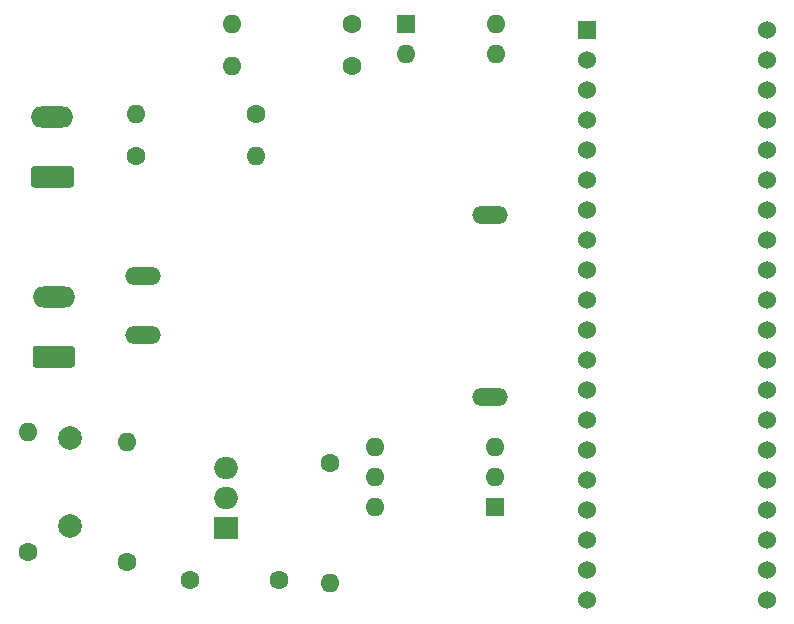
<source format=gbr>
G04 #@! TF.GenerationSoftware,KiCad,Pcbnew,(5.0.2)-1*
G04 #@! TF.CreationDate,2019-03-27T17:40:45+02:00*
G04 #@! TF.ProjectId,vent_sys,76656e74-5f73-4797-932e-6b696361645f,rev?*
G04 #@! TF.SameCoordinates,Original*
G04 #@! TF.FileFunction,Copper,L1,Top*
G04 #@! TF.FilePolarity,Positive*
%FSLAX46Y46*%
G04 Gerber Fmt 4.6, Leading zero omitted, Abs format (unit mm)*
G04 Created by KiCad (PCBNEW (5.0.2)-1) date 27.03.2019 17:40:45*
%MOMM*%
%LPD*%
G01*
G04 APERTURE LIST*
G04 #@! TA.AperFunction,ComponentPad*
%ADD10C,2.000000*%
G04 #@! TD*
G04 #@! TA.AperFunction,ComponentPad*
%ADD11O,3.600000X1.800000*%
G04 #@! TD*
G04 #@! TA.AperFunction,Conductor*
%ADD12C,0.100000*%
G04 #@! TD*
G04 #@! TA.AperFunction,ComponentPad*
%ADD13C,1.800000*%
G04 #@! TD*
G04 #@! TA.AperFunction,ComponentPad*
%ADD14O,3.016000X1.508000*%
G04 #@! TD*
G04 #@! TA.AperFunction,ComponentPad*
%ADD15R,2.000000X1.905000*%
G04 #@! TD*
G04 #@! TA.AperFunction,ComponentPad*
%ADD16O,2.000000X1.905000*%
G04 #@! TD*
G04 #@! TA.AperFunction,ComponentPad*
%ADD17O,1.600000X1.600000*%
G04 #@! TD*
G04 #@! TA.AperFunction,ComponentPad*
%ADD18C,1.600000*%
G04 #@! TD*
G04 #@! TA.AperFunction,ComponentPad*
%ADD19R,1.600000X1.600000*%
G04 #@! TD*
G04 #@! TA.AperFunction,ComponentPad*
%ADD20R,1.524000X1.524000*%
G04 #@! TD*
G04 #@! TA.AperFunction,ComponentPad*
%ADD21C,1.524000*%
G04 #@! TD*
G04 APERTURE END LIST*
D10*
G04 #@! TO.P,C1,1*
G04 #@! TO.N,Net-(C1-Pad1)*
X67056000Y-94361000D03*
G04 #@! TO.P,C1,2*
G04 #@! TO.N,Net-(C1-Pad2)*
X67056000Y-86861000D03*
G04 #@! TD*
D11*
G04 #@! TO.P,J1,2*
G04 #@! TO.N,/L*
X65532000Y-59690000D03*
D12*
G04 #@! TD*
G04 #@! TO.N,/N*
G04 #@! TO.C,J1*
G36*
X67106504Y-63871204D02*
X67130773Y-63874804D01*
X67154571Y-63880765D01*
X67177671Y-63889030D01*
X67199849Y-63899520D01*
X67220893Y-63912133D01*
X67240598Y-63926747D01*
X67258777Y-63943223D01*
X67275253Y-63961402D01*
X67289867Y-63981107D01*
X67302480Y-64002151D01*
X67312970Y-64024329D01*
X67321235Y-64047429D01*
X67327196Y-64071227D01*
X67330796Y-64095496D01*
X67332000Y-64120000D01*
X67332000Y-65420000D01*
X67330796Y-65444504D01*
X67327196Y-65468773D01*
X67321235Y-65492571D01*
X67312970Y-65515671D01*
X67302480Y-65537849D01*
X67289867Y-65558893D01*
X67275253Y-65578598D01*
X67258777Y-65596777D01*
X67240598Y-65613253D01*
X67220893Y-65627867D01*
X67199849Y-65640480D01*
X67177671Y-65650970D01*
X67154571Y-65659235D01*
X67130773Y-65665196D01*
X67106504Y-65668796D01*
X67082000Y-65670000D01*
X63982000Y-65670000D01*
X63957496Y-65668796D01*
X63933227Y-65665196D01*
X63909429Y-65659235D01*
X63886329Y-65650970D01*
X63864151Y-65640480D01*
X63843107Y-65627867D01*
X63823402Y-65613253D01*
X63805223Y-65596777D01*
X63788747Y-65578598D01*
X63774133Y-65558893D01*
X63761520Y-65537849D01*
X63751030Y-65515671D01*
X63742765Y-65492571D01*
X63736804Y-65468773D01*
X63733204Y-65444504D01*
X63732000Y-65420000D01*
X63732000Y-64120000D01*
X63733204Y-64095496D01*
X63736804Y-64071227D01*
X63742765Y-64047429D01*
X63751030Y-64024329D01*
X63761520Y-64002151D01*
X63774133Y-63981107D01*
X63788747Y-63961402D01*
X63805223Y-63943223D01*
X63823402Y-63926747D01*
X63843107Y-63912133D01*
X63864151Y-63899520D01*
X63886329Y-63889030D01*
X63909429Y-63880765D01*
X63933227Y-63874804D01*
X63957496Y-63871204D01*
X63982000Y-63870000D01*
X67082000Y-63870000D01*
X67106504Y-63871204D01*
X67106504Y-63871204D01*
G37*
D13*
G04 #@! TO.P,J1,1*
G04 #@! TO.N,/N*
X65532000Y-64770000D03*
G04 #@! TD*
D12*
G04 #@! TO.N,Net-(C1-Pad2)*
G04 #@! TO.C,J2*
G36*
X67233504Y-79111204D02*
X67257773Y-79114804D01*
X67281571Y-79120765D01*
X67304671Y-79129030D01*
X67326849Y-79139520D01*
X67347893Y-79152133D01*
X67367598Y-79166747D01*
X67385777Y-79183223D01*
X67402253Y-79201402D01*
X67416867Y-79221107D01*
X67429480Y-79242151D01*
X67439970Y-79264329D01*
X67448235Y-79287429D01*
X67454196Y-79311227D01*
X67457796Y-79335496D01*
X67459000Y-79360000D01*
X67459000Y-80660000D01*
X67457796Y-80684504D01*
X67454196Y-80708773D01*
X67448235Y-80732571D01*
X67439970Y-80755671D01*
X67429480Y-80777849D01*
X67416867Y-80798893D01*
X67402253Y-80818598D01*
X67385777Y-80836777D01*
X67367598Y-80853253D01*
X67347893Y-80867867D01*
X67326849Y-80880480D01*
X67304671Y-80890970D01*
X67281571Y-80899235D01*
X67257773Y-80905196D01*
X67233504Y-80908796D01*
X67209000Y-80910000D01*
X64109000Y-80910000D01*
X64084496Y-80908796D01*
X64060227Y-80905196D01*
X64036429Y-80899235D01*
X64013329Y-80890970D01*
X63991151Y-80880480D01*
X63970107Y-80867867D01*
X63950402Y-80853253D01*
X63932223Y-80836777D01*
X63915747Y-80818598D01*
X63901133Y-80798893D01*
X63888520Y-80777849D01*
X63878030Y-80755671D01*
X63869765Y-80732571D01*
X63863804Y-80708773D01*
X63860204Y-80684504D01*
X63859000Y-80660000D01*
X63859000Y-79360000D01*
X63860204Y-79335496D01*
X63863804Y-79311227D01*
X63869765Y-79287429D01*
X63878030Y-79264329D01*
X63888520Y-79242151D01*
X63901133Y-79221107D01*
X63915747Y-79201402D01*
X63932223Y-79183223D01*
X63950402Y-79166747D01*
X63970107Y-79152133D01*
X63991151Y-79139520D01*
X64013329Y-79129030D01*
X64036429Y-79120765D01*
X64060227Y-79114804D01*
X64084496Y-79111204D01*
X64109000Y-79110000D01*
X67209000Y-79110000D01*
X67233504Y-79111204D01*
X67233504Y-79111204D01*
G37*
D13*
G04 #@! TD*
G04 #@! TO.P,J2,1*
G04 #@! TO.N,Net-(C1-Pad2)*
X65659000Y-80010000D03*
D11*
G04 #@! TO.P,J2,2*
G04 #@! TO.N,/N*
X65659000Y-74930000D03*
G04 #@! TD*
D14*
G04 #@! TO.P,PS1,1*
G04 #@! TO.N,/L*
X73184000Y-73192000D03*
G04 #@! TO.P,PS1,2*
G04 #@! TO.N,/N*
X73184000Y-78192000D03*
G04 #@! TO.P,PS1,3*
G04 #@! TO.N,GND*
X102584000Y-67992000D03*
G04 #@! TO.P,PS1,4*
G04 #@! TO.N,VCC*
X102584000Y-83392000D03*
G04 #@! TD*
D15*
G04 #@! TO.P,Q1,1*
G04 #@! TO.N,Net-(C1-Pad2)*
X80264000Y-94488000D03*
D16*
G04 #@! TO.P,Q1,2*
G04 #@! TO.N,/L*
X80264000Y-91948000D03*
G04 #@! TO.P,Q1,3*
G04 #@! TO.N,Net-(Q1-Pad3)*
X80264000Y-89408000D03*
G04 #@! TD*
D17*
G04 #@! TO.P,R1,2*
G04 #@! TO.N,/L*
X80772000Y-51816000D03*
D18*
G04 #@! TO.P,R1,1*
G04 #@! TO.N,Net-(R1-Pad1)*
X90932000Y-51816000D03*
G04 #@! TD*
D17*
G04 #@! TO.P,R2,2*
G04 #@! TO.N,/L*
X80772000Y-55372000D03*
D18*
G04 #@! TO.P,R2,1*
G04 #@! TO.N,Net-(R1-Pad1)*
X90932000Y-55372000D03*
G04 #@! TD*
G04 #@! TO.P,R3,1*
G04 #@! TO.N,/N*
X72644000Y-62992000D03*
D17*
G04 #@! TO.P,R3,2*
G04 #@! TO.N,Net-(R3-Pad2)*
X82804000Y-62992000D03*
G04 #@! TD*
D18*
G04 #@! TO.P,R4,1*
G04 #@! TO.N,Net-(R3-Pad2)*
X82804000Y-59436000D03*
D17*
G04 #@! TO.P,R4,2*
G04 #@! TO.N,/N*
X72644000Y-59436000D03*
G04 #@! TD*
G04 #@! TO.P,R7,2*
G04 #@! TO.N,Net-(C1-Pad1)*
X63500000Y-86360000D03*
D18*
G04 #@! TO.P,R7,1*
G04 #@! TO.N,Net-(R7-Pad1)*
X63500000Y-96520000D03*
G04 #@! TD*
G04 #@! TO.P,R8,1*
G04 #@! TO.N,Net-(C1-Pad1)*
X71882000Y-97409000D03*
D17*
G04 #@! TO.P,R8,2*
G04 #@! TO.N,/L*
X71882000Y-87249000D03*
G04 #@! TD*
D18*
G04 #@! TO.P,R9,1*
G04 #@! TO.N,/L*
X89027000Y-89027000D03*
D17*
G04 #@! TO.P,R9,2*
G04 #@! TO.N,Net-(C2-Pad1)*
X89027000Y-99187000D03*
G04 #@! TD*
D19*
G04 #@! TO.P,U1,1*
G04 #@! TO.N,Net-(R1-Pad1)*
X95504000Y-51816000D03*
D17*
G04 #@! TO.P,U1,3*
G04 #@! TO.N,GND*
X103124000Y-54356000D03*
G04 #@! TO.P,U1,2*
G04 #@! TO.N,Net-(R3-Pad2)*
X95504000Y-54356000D03*
G04 #@! TO.P,U1,4*
G04 #@! TO.N,Net-(R5-Pad2)*
X103124000Y-51816000D03*
G04 #@! TD*
D20*
G04 #@! TO.P,U2,1*
G04 #@! TO.N,Net-(R5-Pad2)*
X110765001Y-52345001D03*
D21*
G04 #@! TO.P,U2,2*
G04 #@! TO.N,Net-(U2-Pad2)*
X110765001Y-54885001D03*
G04 #@! TO.P,U2,3*
G04 #@! TO.N,Net-(U2-Pad3)*
X110765001Y-57425001D03*
G04 #@! TO.P,U2,4*
G04 #@! TO.N,Net-(U2-Pad4)*
X110765001Y-59965001D03*
G04 #@! TO.P,U2,5*
G04 #@! TO.N,Net-(U2-Pad5)*
X110765001Y-62505001D03*
G04 #@! TO.P,U2,6*
G04 #@! TO.N,Net-(U2-Pad6)*
X110765001Y-65045001D03*
G04 #@! TO.P,U2,7*
G04 #@! TO.N,Net-(U2-Pad7)*
X110765001Y-67585001D03*
G04 #@! TO.P,U2,8*
G04 #@! TO.N,Net-(U2-Pad8)*
X110765001Y-70125001D03*
G04 #@! TO.P,U2,9*
G04 #@! TO.N,Net-(U2-Pad9)*
X110765001Y-72665001D03*
G04 #@! TO.P,U2,10*
G04 #@! TO.N,Net-(U2-Pad10)*
X110765001Y-75205001D03*
G04 #@! TO.P,U2,11*
G04 #@! TO.N,Net-(U2-Pad11)*
X110765001Y-77745001D03*
G04 #@! TO.P,U2,12*
G04 #@! TO.N,Net-(U2-Pad12)*
X110765001Y-80285001D03*
G04 #@! TO.P,U2,13*
G04 #@! TO.N,Net-(U2-Pad13)*
X110765001Y-82825001D03*
G04 #@! TO.P,U2,14*
G04 #@! TO.N,Net-(U2-Pad14)*
X110765001Y-85365001D03*
G04 #@! TO.P,U2,15*
G04 #@! TO.N,Net-(U2-Pad15)*
X110765001Y-87905001D03*
G04 #@! TO.P,U2,16*
G04 #@! TO.N,Net-(U2-Pad16)*
X110765001Y-90445001D03*
G04 #@! TO.P,U2,17*
G04 #@! TO.N,Net-(U2-Pad17)*
X110765001Y-92985001D03*
G04 #@! TO.P,U2,18*
G04 #@! TO.N,Net-(U2-Pad18)*
X110765001Y-95525001D03*
G04 #@! TO.P,U2,19*
G04 #@! TO.N,GND*
X110765001Y-98065001D03*
G04 #@! TO.P,U2,20*
G04 #@! TO.N,VCC*
X110765001Y-100605001D03*
G04 #@! TO.P,U2,21*
G04 #@! TO.N,Net-(U2-Pad21)*
X126005001Y-100605001D03*
G04 #@! TO.P,U2,22*
G04 #@! TO.N,Net-(U2-Pad22)*
X126005001Y-98065001D03*
G04 #@! TO.P,U2,23*
G04 #@! TO.N,Net-(U2-Pad23)*
X126005001Y-95525001D03*
G04 #@! TO.P,U2,24*
G04 #@! TO.N,Net-(R6-Pad1)*
X126005001Y-92985001D03*
G04 #@! TO.P,U2,25*
G04 #@! TO.N,Net-(U2-Pad25)*
X126005001Y-90445001D03*
G04 #@! TO.P,U2,26*
G04 #@! TO.N,/Reset*
X126005001Y-87905001D03*
G04 #@! TO.P,U2,27*
G04 #@! TO.N,/nIRQ*
X126005001Y-85365001D03*
G04 #@! TO.P,U2,28*
G04 #@! TO.N,/DIO1*
X126005001Y-82825001D03*
G04 #@! TO.P,U2,29*
G04 #@! TO.N,/NSS*
X126005001Y-80285001D03*
G04 #@! TO.P,U2,30*
G04 #@! TO.N,/SCK*
X126005001Y-77745001D03*
G04 #@! TO.P,U2,31*
G04 #@! TO.N,/MISO*
X126005001Y-75205001D03*
G04 #@! TO.P,U2,32*
G04 #@! TO.N,/MOSI*
X126005001Y-72665001D03*
G04 #@! TO.P,U2,33*
G04 #@! TO.N,Net-(U2-Pad33)*
X126005001Y-70125001D03*
G04 #@! TO.P,U2,34*
G04 #@! TO.N,Net-(U2-Pad34)*
X126005001Y-67585001D03*
G04 #@! TO.P,U2,35*
G04 #@! TO.N,Net-(U2-Pad35)*
X126005001Y-65045001D03*
G04 #@! TO.P,U2,36*
G04 #@! TO.N,Net-(U2-Pad36)*
X126005001Y-62505001D03*
G04 #@! TO.P,U2,37*
G04 #@! TO.N,Net-(U2-Pad37)*
X126005001Y-59965001D03*
G04 #@! TO.P,U2,38*
G04 #@! TO.N,VCC*
X126005001Y-57425001D03*
G04 #@! TO.P,U2,39*
G04 #@! TO.N,Net-(U2-Pad39)*
X126005001Y-54885001D03*
G04 #@! TO.P,U2,40*
X126005001Y-52345001D03*
G04 #@! TD*
D19*
G04 #@! TO.P,U3,1*
G04 #@! TO.N,Net-(R6-Pad2)*
X102997000Y-92710000D03*
D17*
G04 #@! TO.P,U3,4*
G04 #@! TO.N,Net-(Q1-Pad3)*
X92837000Y-87630000D03*
G04 #@! TO.P,U3,2*
G04 #@! TO.N,GND*
X102997000Y-90170000D03*
G04 #@! TO.P,U3,5*
G04 #@! TO.N,Net-(U3-Pad5)*
X92837000Y-90170000D03*
G04 #@! TO.P,U3,3*
G04 #@! TO.N,Net-(U3-Pad3)*
X102997000Y-87630000D03*
G04 #@! TO.P,U3,6*
G04 #@! TO.N,Net-(R7-Pad1)*
X92837000Y-92710000D03*
G04 #@! TD*
D18*
G04 #@! TO.P,C2,1*
G04 #@! TO.N,Net-(C2-Pad1)*
X84709000Y-98933000D03*
G04 #@! TO.P,C2,2*
G04 #@! TO.N,Net-(C1-Pad2)*
X77209000Y-98933000D03*
G04 #@! TD*
M02*

</source>
